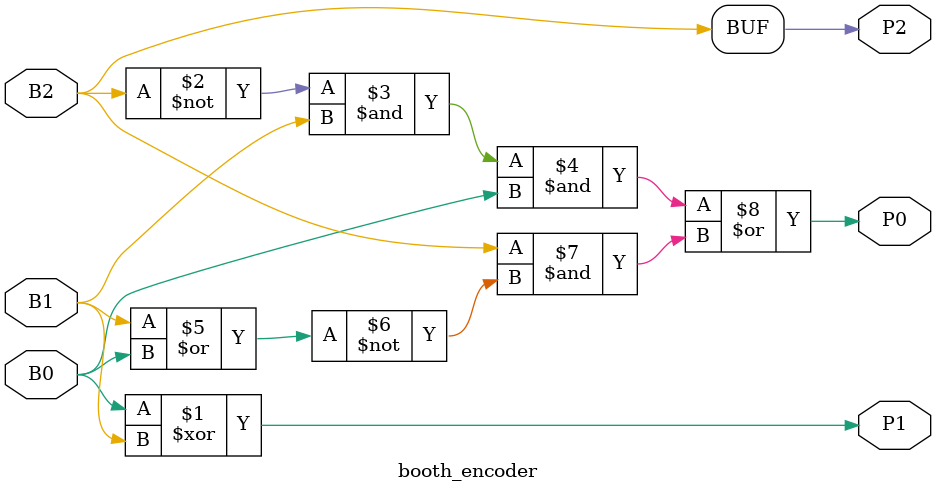
<source format=v>
module booth_encoder (
    input  wire B0, B1, B2,  
    output wire P0, P1, P2  
);
      
    assign P2 = B2;  // XNOR + XOR 
    assign P1 = B0 ^ B1;               
    assign P0 = (~B2 & B1 & B0) | (B2 & ~(B1 | B0));


endmodule
</source>
